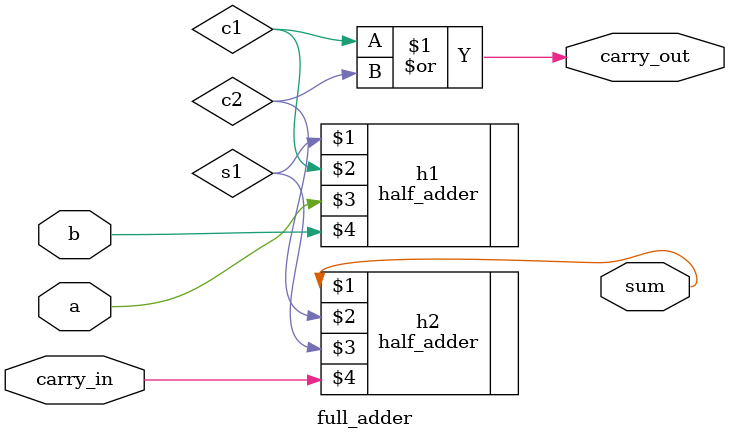
<source format=v>
`include "src/half_adder.v"
module full_adder(
    output sum, carry_out,
    input a, b, carry_in
);
    wire s1, c1, c2;
    half_adder h1(s1, c1, a, b);
    half_adder h2(sum, c2, s1, carry_in);
    or o1(carry_out, c1, c2);

endmodule
</source>
